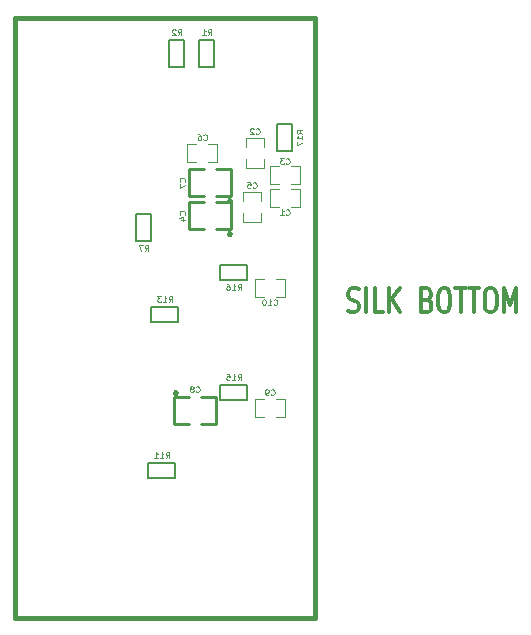
<source format=gbo>
G04 (created by PCBNEW-RS274X (2012-01-19 BZR 3256)-stable) date 9/17/2012 8:45:25 AM*
G01*
G70*
G90*
%MOIN*%
G04 Gerber Fmt 3.4, Leading zero omitted, Abs format*
%FSLAX34Y34*%
G04 APERTURE LIST*
%ADD10C,0.006000*%
%ADD11C,0.012000*%
%ADD12C,0.015000*%
%ADD13C,0.005000*%
%ADD14C,0.010000*%
%ADD15C,0.004000*%
G04 APERTURE END LIST*
G54D10*
G54D11*
X71114Y-39786D02*
X71200Y-39824D01*
X71343Y-39824D01*
X71400Y-39786D01*
X71429Y-39748D01*
X71457Y-39671D01*
X71457Y-39595D01*
X71429Y-39519D01*
X71400Y-39481D01*
X71343Y-39443D01*
X71229Y-39405D01*
X71171Y-39367D01*
X71143Y-39329D01*
X71114Y-39252D01*
X71114Y-39176D01*
X71143Y-39100D01*
X71171Y-39062D01*
X71229Y-39024D01*
X71371Y-39024D01*
X71457Y-39062D01*
X71714Y-39824D02*
X71714Y-39024D01*
X72286Y-39824D02*
X72000Y-39824D01*
X72000Y-39024D01*
X72486Y-39824D02*
X72486Y-39024D01*
X72829Y-39824D02*
X72572Y-39367D01*
X72829Y-39024D02*
X72486Y-39481D01*
X73743Y-39405D02*
X73829Y-39443D01*
X73857Y-39481D01*
X73886Y-39557D01*
X73886Y-39671D01*
X73857Y-39748D01*
X73829Y-39786D01*
X73771Y-39824D01*
X73543Y-39824D01*
X73543Y-39024D01*
X73743Y-39024D01*
X73800Y-39062D01*
X73829Y-39100D01*
X73857Y-39176D01*
X73857Y-39252D01*
X73829Y-39329D01*
X73800Y-39367D01*
X73743Y-39405D01*
X73543Y-39405D01*
X74257Y-39024D02*
X74371Y-39024D01*
X74429Y-39062D01*
X74486Y-39138D01*
X74514Y-39290D01*
X74514Y-39557D01*
X74486Y-39710D01*
X74429Y-39786D01*
X74371Y-39824D01*
X74257Y-39824D01*
X74200Y-39786D01*
X74143Y-39710D01*
X74114Y-39557D01*
X74114Y-39290D01*
X74143Y-39138D01*
X74200Y-39062D01*
X74257Y-39024D01*
X74686Y-39024D02*
X75029Y-39024D01*
X74858Y-39824D02*
X74858Y-39024D01*
X75143Y-39024D02*
X75486Y-39024D01*
X75315Y-39824D02*
X75315Y-39024D01*
X75800Y-39024D02*
X75914Y-39024D01*
X75972Y-39062D01*
X76029Y-39138D01*
X76057Y-39290D01*
X76057Y-39557D01*
X76029Y-39710D01*
X75972Y-39786D01*
X75914Y-39824D01*
X75800Y-39824D01*
X75743Y-39786D01*
X75686Y-39710D01*
X75657Y-39557D01*
X75657Y-39290D01*
X75686Y-39138D01*
X75743Y-39062D01*
X75800Y-39024D01*
X76315Y-39824D02*
X76315Y-39024D01*
X76515Y-39595D01*
X76715Y-39024D01*
X76715Y-39824D01*
G54D12*
X60000Y-50000D02*
X70000Y-50000D01*
X60000Y-30000D02*
X60000Y-50000D01*
X70000Y-30000D02*
X60000Y-30000D01*
X70000Y-30000D02*
X70000Y-50000D01*
G54D13*
X65450Y-39650D02*
X64550Y-39650D01*
X64550Y-39650D02*
X64550Y-40150D01*
X64550Y-40150D02*
X65450Y-40150D01*
X65450Y-40150D02*
X65450Y-39650D01*
X66850Y-38750D02*
X67750Y-38750D01*
X67750Y-38750D02*
X67750Y-38250D01*
X67750Y-38250D02*
X66850Y-38250D01*
X66850Y-38250D02*
X66850Y-38750D01*
X66650Y-31650D02*
X66650Y-30750D01*
X66650Y-30750D02*
X66150Y-30750D01*
X66150Y-30750D02*
X66150Y-31650D01*
X66150Y-31650D02*
X66650Y-31650D01*
X65650Y-31650D02*
X65650Y-30750D01*
X65650Y-30750D02*
X65150Y-30750D01*
X65150Y-30750D02*
X65150Y-31650D01*
X65150Y-31650D02*
X65650Y-31650D01*
X64050Y-36550D02*
X64050Y-37450D01*
X64050Y-37450D02*
X64550Y-37450D01*
X64550Y-37450D02*
X64550Y-36550D01*
X64550Y-36550D02*
X64050Y-36550D01*
X64450Y-45350D02*
X65350Y-45350D01*
X65350Y-45350D02*
X65350Y-44850D01*
X65350Y-44850D02*
X64450Y-44850D01*
X64450Y-44850D02*
X64450Y-45350D01*
X66850Y-42750D02*
X67750Y-42750D01*
X67750Y-42750D02*
X67750Y-42250D01*
X67750Y-42250D02*
X66850Y-42250D01*
X66850Y-42250D02*
X66850Y-42750D01*
X69250Y-34450D02*
X69250Y-33550D01*
X69250Y-33550D02*
X68750Y-33550D01*
X68750Y-33550D02*
X68750Y-34450D01*
X68750Y-34450D02*
X69250Y-34450D01*
G54D14*
X65400Y-42500D02*
X65399Y-42509D01*
X65396Y-42519D01*
X65391Y-42527D01*
X65385Y-42535D01*
X65377Y-42541D01*
X65369Y-42546D01*
X65360Y-42548D01*
X65350Y-42549D01*
X65341Y-42549D01*
X65332Y-42546D01*
X65323Y-42541D01*
X65316Y-42535D01*
X65309Y-42528D01*
X65305Y-42519D01*
X65302Y-42510D01*
X65301Y-42500D01*
X65301Y-42491D01*
X65304Y-42482D01*
X65308Y-42473D01*
X65315Y-42466D01*
X65322Y-42459D01*
X65330Y-42455D01*
X65340Y-42452D01*
X65349Y-42451D01*
X65358Y-42451D01*
X65368Y-42454D01*
X65376Y-42458D01*
X65384Y-42464D01*
X65390Y-42472D01*
X65395Y-42480D01*
X65398Y-42489D01*
X65399Y-42499D01*
X65400Y-42500D01*
X65800Y-43550D02*
X65300Y-43550D01*
X65300Y-43550D02*
X65300Y-42650D01*
X65300Y-42650D02*
X65800Y-42650D01*
X66200Y-43550D02*
X66700Y-43550D01*
X66700Y-43550D02*
X66700Y-42650D01*
X66700Y-42650D02*
X66200Y-42650D01*
X67200Y-36100D02*
X67199Y-36109D01*
X67196Y-36119D01*
X67191Y-36127D01*
X67185Y-36135D01*
X67177Y-36141D01*
X67169Y-36146D01*
X67160Y-36148D01*
X67150Y-36149D01*
X67141Y-36149D01*
X67132Y-36146D01*
X67123Y-36141D01*
X67116Y-36135D01*
X67109Y-36128D01*
X67105Y-36119D01*
X67102Y-36110D01*
X67101Y-36100D01*
X67101Y-36091D01*
X67104Y-36082D01*
X67108Y-36073D01*
X67115Y-36066D01*
X67122Y-36059D01*
X67130Y-36055D01*
X67140Y-36052D01*
X67149Y-36051D01*
X67158Y-36051D01*
X67168Y-36054D01*
X67176Y-36058D01*
X67184Y-36064D01*
X67190Y-36072D01*
X67195Y-36080D01*
X67198Y-36089D01*
X67199Y-36099D01*
X67200Y-36100D01*
X66700Y-35050D02*
X67200Y-35050D01*
X67200Y-35050D02*
X67200Y-35950D01*
X67200Y-35950D02*
X66700Y-35950D01*
X66300Y-35050D02*
X65800Y-35050D01*
X65800Y-35050D02*
X65800Y-35950D01*
X65800Y-35950D02*
X66300Y-35950D01*
X67200Y-37200D02*
X67199Y-37209D01*
X67196Y-37219D01*
X67191Y-37227D01*
X67185Y-37235D01*
X67177Y-37241D01*
X67169Y-37246D01*
X67160Y-37248D01*
X67150Y-37249D01*
X67141Y-37249D01*
X67132Y-37246D01*
X67123Y-37241D01*
X67116Y-37235D01*
X67109Y-37228D01*
X67105Y-37219D01*
X67102Y-37210D01*
X67101Y-37200D01*
X67101Y-37191D01*
X67104Y-37182D01*
X67108Y-37173D01*
X67115Y-37166D01*
X67122Y-37159D01*
X67130Y-37155D01*
X67140Y-37152D01*
X67149Y-37151D01*
X67158Y-37151D01*
X67168Y-37154D01*
X67176Y-37158D01*
X67184Y-37164D01*
X67190Y-37172D01*
X67195Y-37180D01*
X67198Y-37189D01*
X67199Y-37199D01*
X67200Y-37200D01*
X66700Y-36150D02*
X67200Y-36150D01*
X67200Y-36150D02*
X67200Y-37050D01*
X67200Y-37050D02*
X66700Y-37050D01*
X66300Y-36150D02*
X65800Y-36150D01*
X65800Y-36150D02*
X65800Y-37050D01*
X65800Y-37050D02*
X66300Y-37050D01*
G54D15*
X69000Y-38700D02*
X68700Y-38700D01*
X69000Y-39300D02*
X68700Y-39300D01*
X68000Y-38700D02*
X68300Y-38700D01*
X68000Y-39300D02*
X68300Y-39300D01*
X68000Y-39300D02*
X68000Y-38700D01*
X69000Y-38700D02*
X69000Y-39300D01*
X69000Y-42700D02*
X68700Y-42700D01*
X69000Y-43300D02*
X68700Y-43300D01*
X68000Y-42700D02*
X68300Y-42700D01*
X68000Y-43300D02*
X68300Y-43300D01*
X68000Y-43300D02*
X68000Y-42700D01*
X69000Y-42700D02*
X69000Y-43300D01*
X65750Y-34800D02*
X66050Y-34800D01*
X65750Y-34200D02*
X66050Y-34200D01*
X66750Y-34800D02*
X66450Y-34800D01*
X66750Y-34200D02*
X66450Y-34200D01*
X66750Y-34200D02*
X66750Y-34800D01*
X65750Y-34800D02*
X65750Y-34200D01*
X67600Y-35800D02*
X67600Y-36100D01*
X68200Y-35800D02*
X68200Y-36100D01*
X67600Y-36800D02*
X67600Y-36500D01*
X68200Y-36800D02*
X68200Y-36500D01*
X68200Y-36800D02*
X67600Y-36800D01*
X67600Y-35800D02*
X68200Y-35800D01*
X69500Y-34950D02*
X69200Y-34950D01*
X69500Y-35550D02*
X69200Y-35550D01*
X68500Y-34950D02*
X68800Y-34950D01*
X68500Y-35550D02*
X68800Y-35550D01*
X68500Y-35550D02*
X68500Y-34950D01*
X69500Y-34950D02*
X69500Y-35550D01*
X67700Y-34000D02*
X67700Y-34300D01*
X68300Y-34000D02*
X68300Y-34300D01*
X67700Y-35000D02*
X67700Y-34700D01*
X68300Y-35000D02*
X68300Y-34700D01*
X68300Y-35000D02*
X67700Y-35000D01*
X67700Y-34000D02*
X68300Y-34000D01*
X69500Y-35700D02*
X69200Y-35700D01*
X69500Y-36300D02*
X69200Y-36300D01*
X68500Y-35700D02*
X68800Y-35700D01*
X68500Y-36300D02*
X68800Y-36300D01*
X68500Y-36300D02*
X68500Y-35700D01*
X69500Y-35700D02*
X69500Y-36300D01*
X65128Y-39473D02*
X65195Y-39387D01*
X65242Y-39473D02*
X65242Y-39293D01*
X65166Y-39293D01*
X65147Y-39301D01*
X65138Y-39310D01*
X65128Y-39327D01*
X65128Y-39353D01*
X65138Y-39370D01*
X65147Y-39379D01*
X65166Y-39387D01*
X65242Y-39387D01*
X64938Y-39473D02*
X65052Y-39473D01*
X64995Y-39473D02*
X64995Y-39293D01*
X65014Y-39319D01*
X65033Y-39336D01*
X65052Y-39344D01*
X64871Y-39293D02*
X64748Y-39293D01*
X64814Y-39361D01*
X64786Y-39361D01*
X64767Y-39370D01*
X64757Y-39379D01*
X64748Y-39396D01*
X64748Y-39439D01*
X64757Y-39456D01*
X64767Y-39464D01*
X64786Y-39473D01*
X64843Y-39473D01*
X64862Y-39464D01*
X64871Y-39456D01*
X67428Y-39073D02*
X67495Y-38987D01*
X67542Y-39073D02*
X67542Y-38893D01*
X67466Y-38893D01*
X67447Y-38901D01*
X67438Y-38910D01*
X67428Y-38927D01*
X67428Y-38953D01*
X67438Y-38970D01*
X67447Y-38979D01*
X67466Y-38987D01*
X67542Y-38987D01*
X67238Y-39073D02*
X67352Y-39073D01*
X67295Y-39073D02*
X67295Y-38893D01*
X67314Y-38919D01*
X67333Y-38936D01*
X67352Y-38944D01*
X67067Y-38893D02*
X67105Y-38893D01*
X67124Y-38901D01*
X67133Y-38910D01*
X67152Y-38936D01*
X67162Y-38970D01*
X67162Y-39039D01*
X67152Y-39056D01*
X67143Y-39064D01*
X67124Y-39073D01*
X67086Y-39073D01*
X67067Y-39064D01*
X67057Y-39056D01*
X67048Y-39039D01*
X67048Y-38996D01*
X67057Y-38979D01*
X67067Y-38970D01*
X67086Y-38961D01*
X67124Y-38961D01*
X67143Y-38970D01*
X67152Y-38979D01*
X67162Y-38996D01*
X66433Y-30573D02*
X66500Y-30487D01*
X66547Y-30573D02*
X66547Y-30393D01*
X66471Y-30393D01*
X66452Y-30401D01*
X66443Y-30410D01*
X66433Y-30427D01*
X66433Y-30453D01*
X66443Y-30470D01*
X66452Y-30479D01*
X66471Y-30487D01*
X66547Y-30487D01*
X66243Y-30573D02*
X66357Y-30573D01*
X66300Y-30573D02*
X66300Y-30393D01*
X66319Y-30419D01*
X66338Y-30436D01*
X66357Y-30444D01*
X65433Y-30573D02*
X65500Y-30487D01*
X65547Y-30573D02*
X65547Y-30393D01*
X65471Y-30393D01*
X65452Y-30401D01*
X65443Y-30410D01*
X65433Y-30427D01*
X65433Y-30453D01*
X65443Y-30470D01*
X65452Y-30479D01*
X65471Y-30487D01*
X65547Y-30487D01*
X65357Y-30410D02*
X65347Y-30401D01*
X65328Y-30393D01*
X65281Y-30393D01*
X65262Y-30401D01*
X65252Y-30410D01*
X65243Y-30427D01*
X65243Y-30444D01*
X65252Y-30470D01*
X65366Y-30573D01*
X65243Y-30573D01*
X64333Y-37773D02*
X64400Y-37687D01*
X64447Y-37773D02*
X64447Y-37593D01*
X64371Y-37593D01*
X64352Y-37601D01*
X64343Y-37610D01*
X64333Y-37627D01*
X64333Y-37653D01*
X64343Y-37670D01*
X64352Y-37679D01*
X64371Y-37687D01*
X64447Y-37687D01*
X64266Y-37593D02*
X64133Y-37593D01*
X64219Y-37773D01*
X65028Y-44673D02*
X65095Y-44587D01*
X65142Y-44673D02*
X65142Y-44493D01*
X65066Y-44493D01*
X65047Y-44501D01*
X65038Y-44510D01*
X65028Y-44527D01*
X65028Y-44553D01*
X65038Y-44570D01*
X65047Y-44579D01*
X65066Y-44587D01*
X65142Y-44587D01*
X64838Y-44673D02*
X64952Y-44673D01*
X64895Y-44673D02*
X64895Y-44493D01*
X64914Y-44519D01*
X64933Y-44536D01*
X64952Y-44544D01*
X64648Y-44673D02*
X64762Y-44673D01*
X64705Y-44673D02*
X64705Y-44493D01*
X64724Y-44519D01*
X64743Y-44536D01*
X64762Y-44544D01*
X67428Y-42073D02*
X67495Y-41987D01*
X67542Y-42073D02*
X67542Y-41893D01*
X67466Y-41893D01*
X67447Y-41901D01*
X67438Y-41910D01*
X67428Y-41927D01*
X67428Y-41953D01*
X67438Y-41970D01*
X67447Y-41979D01*
X67466Y-41987D01*
X67542Y-41987D01*
X67238Y-42073D02*
X67352Y-42073D01*
X67295Y-42073D02*
X67295Y-41893D01*
X67314Y-41919D01*
X67333Y-41936D01*
X67352Y-41944D01*
X67057Y-41893D02*
X67152Y-41893D01*
X67162Y-41979D01*
X67152Y-41970D01*
X67133Y-41961D01*
X67086Y-41961D01*
X67067Y-41970D01*
X67057Y-41979D01*
X67048Y-41996D01*
X67048Y-42039D01*
X67057Y-42056D01*
X67067Y-42064D01*
X67086Y-42073D01*
X67133Y-42073D01*
X67152Y-42064D01*
X67162Y-42056D01*
X69573Y-33872D02*
X69487Y-33805D01*
X69573Y-33758D02*
X69393Y-33758D01*
X69393Y-33834D01*
X69401Y-33853D01*
X69410Y-33862D01*
X69427Y-33872D01*
X69453Y-33872D01*
X69470Y-33862D01*
X69479Y-33853D01*
X69487Y-33834D01*
X69487Y-33758D01*
X69573Y-34062D02*
X69573Y-33948D01*
X69573Y-34005D02*
X69393Y-34005D01*
X69419Y-33986D01*
X69436Y-33967D01*
X69444Y-33948D01*
X69393Y-34129D02*
X69393Y-34262D01*
X69573Y-34176D01*
X66033Y-42456D02*
X66043Y-42464D01*
X66071Y-42473D01*
X66090Y-42473D01*
X66119Y-42464D01*
X66138Y-42447D01*
X66147Y-42430D01*
X66157Y-42396D01*
X66157Y-42370D01*
X66147Y-42336D01*
X66138Y-42319D01*
X66119Y-42301D01*
X66090Y-42293D01*
X66071Y-42293D01*
X66043Y-42301D01*
X66033Y-42310D01*
X65919Y-42370D02*
X65938Y-42361D01*
X65947Y-42353D01*
X65957Y-42336D01*
X65957Y-42327D01*
X65947Y-42310D01*
X65938Y-42301D01*
X65919Y-42293D01*
X65881Y-42293D01*
X65862Y-42301D01*
X65852Y-42310D01*
X65843Y-42327D01*
X65843Y-42336D01*
X65852Y-42353D01*
X65862Y-42361D01*
X65881Y-42370D01*
X65919Y-42370D01*
X65938Y-42379D01*
X65947Y-42387D01*
X65957Y-42404D01*
X65957Y-42439D01*
X65947Y-42456D01*
X65938Y-42464D01*
X65919Y-42473D01*
X65881Y-42473D01*
X65862Y-42464D01*
X65852Y-42456D01*
X65843Y-42439D01*
X65843Y-42404D01*
X65852Y-42387D01*
X65862Y-42379D01*
X65881Y-42370D01*
X65656Y-35467D02*
X65664Y-35457D01*
X65673Y-35429D01*
X65673Y-35410D01*
X65664Y-35381D01*
X65647Y-35362D01*
X65630Y-35353D01*
X65596Y-35343D01*
X65570Y-35343D01*
X65536Y-35353D01*
X65519Y-35362D01*
X65501Y-35381D01*
X65493Y-35410D01*
X65493Y-35429D01*
X65501Y-35457D01*
X65510Y-35467D01*
X65493Y-35534D02*
X65493Y-35667D01*
X65673Y-35581D01*
X65656Y-36567D02*
X65664Y-36557D01*
X65673Y-36529D01*
X65673Y-36510D01*
X65664Y-36481D01*
X65647Y-36462D01*
X65630Y-36453D01*
X65596Y-36443D01*
X65570Y-36443D01*
X65536Y-36453D01*
X65519Y-36462D01*
X65501Y-36481D01*
X65493Y-36510D01*
X65493Y-36529D01*
X65501Y-36557D01*
X65510Y-36567D01*
X65553Y-36738D02*
X65673Y-36738D01*
X65484Y-36691D02*
X65613Y-36643D01*
X65613Y-36767D01*
X68628Y-39556D02*
X68638Y-39564D01*
X68666Y-39573D01*
X68685Y-39573D01*
X68714Y-39564D01*
X68733Y-39547D01*
X68742Y-39530D01*
X68752Y-39496D01*
X68752Y-39470D01*
X68742Y-39436D01*
X68733Y-39419D01*
X68714Y-39401D01*
X68685Y-39393D01*
X68666Y-39393D01*
X68638Y-39401D01*
X68628Y-39410D01*
X68438Y-39573D02*
X68552Y-39573D01*
X68495Y-39573D02*
X68495Y-39393D01*
X68514Y-39419D01*
X68533Y-39436D01*
X68552Y-39444D01*
X68314Y-39393D02*
X68295Y-39393D01*
X68276Y-39401D01*
X68267Y-39410D01*
X68257Y-39427D01*
X68248Y-39461D01*
X68248Y-39504D01*
X68257Y-39539D01*
X68267Y-39556D01*
X68276Y-39564D01*
X68295Y-39573D01*
X68314Y-39573D01*
X68333Y-39564D01*
X68343Y-39556D01*
X68352Y-39539D01*
X68362Y-39504D01*
X68362Y-39461D01*
X68352Y-39427D01*
X68343Y-39410D01*
X68333Y-39401D01*
X68314Y-39393D01*
X68533Y-42556D02*
X68543Y-42564D01*
X68571Y-42573D01*
X68590Y-42573D01*
X68619Y-42564D01*
X68638Y-42547D01*
X68647Y-42530D01*
X68657Y-42496D01*
X68657Y-42470D01*
X68647Y-42436D01*
X68638Y-42419D01*
X68619Y-42401D01*
X68590Y-42393D01*
X68571Y-42393D01*
X68543Y-42401D01*
X68533Y-42410D01*
X68438Y-42573D02*
X68400Y-42573D01*
X68381Y-42564D01*
X68371Y-42556D01*
X68352Y-42530D01*
X68343Y-42496D01*
X68343Y-42427D01*
X68352Y-42410D01*
X68362Y-42401D01*
X68381Y-42393D01*
X68419Y-42393D01*
X68438Y-42401D01*
X68447Y-42410D01*
X68457Y-42427D01*
X68457Y-42470D01*
X68447Y-42487D01*
X68438Y-42496D01*
X68419Y-42504D01*
X68381Y-42504D01*
X68362Y-42496D01*
X68352Y-42487D01*
X68343Y-42470D01*
X66283Y-34056D02*
X66293Y-34064D01*
X66321Y-34073D01*
X66340Y-34073D01*
X66369Y-34064D01*
X66388Y-34047D01*
X66397Y-34030D01*
X66407Y-33996D01*
X66407Y-33970D01*
X66397Y-33936D01*
X66388Y-33919D01*
X66369Y-33901D01*
X66340Y-33893D01*
X66321Y-33893D01*
X66293Y-33901D01*
X66283Y-33910D01*
X66112Y-33893D02*
X66150Y-33893D01*
X66169Y-33901D01*
X66178Y-33910D01*
X66197Y-33936D01*
X66207Y-33970D01*
X66207Y-34039D01*
X66197Y-34056D01*
X66188Y-34064D01*
X66169Y-34073D01*
X66131Y-34073D01*
X66112Y-34064D01*
X66102Y-34056D01*
X66093Y-34039D01*
X66093Y-33996D01*
X66102Y-33979D01*
X66112Y-33970D01*
X66131Y-33961D01*
X66169Y-33961D01*
X66188Y-33970D01*
X66197Y-33979D01*
X66207Y-33996D01*
X67933Y-35656D02*
X67943Y-35664D01*
X67971Y-35673D01*
X67990Y-35673D01*
X68019Y-35664D01*
X68038Y-35647D01*
X68047Y-35630D01*
X68057Y-35596D01*
X68057Y-35570D01*
X68047Y-35536D01*
X68038Y-35519D01*
X68019Y-35501D01*
X67990Y-35493D01*
X67971Y-35493D01*
X67943Y-35501D01*
X67933Y-35510D01*
X67752Y-35493D02*
X67847Y-35493D01*
X67857Y-35579D01*
X67847Y-35570D01*
X67828Y-35561D01*
X67781Y-35561D01*
X67762Y-35570D01*
X67752Y-35579D01*
X67743Y-35596D01*
X67743Y-35639D01*
X67752Y-35656D01*
X67762Y-35664D01*
X67781Y-35673D01*
X67828Y-35673D01*
X67847Y-35664D01*
X67857Y-35656D01*
X69033Y-34856D02*
X69043Y-34864D01*
X69071Y-34873D01*
X69090Y-34873D01*
X69119Y-34864D01*
X69138Y-34847D01*
X69147Y-34830D01*
X69157Y-34796D01*
X69157Y-34770D01*
X69147Y-34736D01*
X69138Y-34719D01*
X69119Y-34701D01*
X69090Y-34693D01*
X69071Y-34693D01*
X69043Y-34701D01*
X69033Y-34710D01*
X68966Y-34693D02*
X68843Y-34693D01*
X68909Y-34761D01*
X68881Y-34761D01*
X68862Y-34770D01*
X68852Y-34779D01*
X68843Y-34796D01*
X68843Y-34839D01*
X68852Y-34856D01*
X68862Y-34864D01*
X68881Y-34873D01*
X68938Y-34873D01*
X68957Y-34864D01*
X68966Y-34856D01*
X68033Y-33856D02*
X68043Y-33864D01*
X68071Y-33873D01*
X68090Y-33873D01*
X68119Y-33864D01*
X68138Y-33847D01*
X68147Y-33830D01*
X68157Y-33796D01*
X68157Y-33770D01*
X68147Y-33736D01*
X68138Y-33719D01*
X68119Y-33701D01*
X68090Y-33693D01*
X68071Y-33693D01*
X68043Y-33701D01*
X68033Y-33710D01*
X67957Y-33710D02*
X67947Y-33701D01*
X67928Y-33693D01*
X67881Y-33693D01*
X67862Y-33701D01*
X67852Y-33710D01*
X67843Y-33727D01*
X67843Y-33744D01*
X67852Y-33770D01*
X67966Y-33873D01*
X67843Y-33873D01*
X69033Y-36556D02*
X69043Y-36564D01*
X69071Y-36573D01*
X69090Y-36573D01*
X69119Y-36564D01*
X69138Y-36547D01*
X69147Y-36530D01*
X69157Y-36496D01*
X69157Y-36470D01*
X69147Y-36436D01*
X69138Y-36419D01*
X69119Y-36401D01*
X69090Y-36393D01*
X69071Y-36393D01*
X69043Y-36401D01*
X69033Y-36410D01*
X68843Y-36573D02*
X68957Y-36573D01*
X68900Y-36573D02*
X68900Y-36393D01*
X68919Y-36419D01*
X68938Y-36436D01*
X68957Y-36444D01*
M02*

</source>
